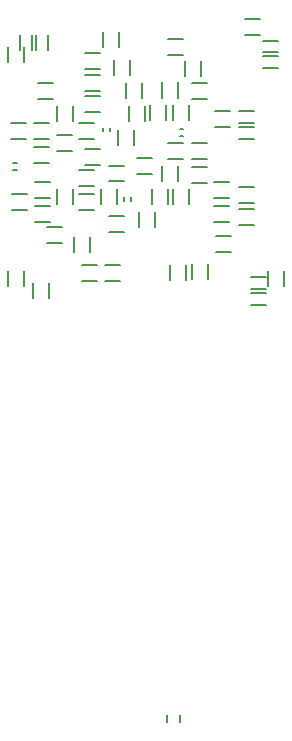
<source format=gbr>
%TF.GenerationSoftware,Altium Limited,Altium Designer,21.6.1 (37)*%
G04 Layer_Color=32896*
%FSLAX45Y45*%
%MOMM*%
%TF.SameCoordinates,16E63DA4-43ED-4674-A1E0-7AC0996D3122*%
%TF.FilePolarity,Positive*%
%TF.FileFunction,Legend,Bot*%
%TF.Part,Single*%
G01*
G75*
%TA.AperFunction,NonConductor*%
%ADD75C,0.20000*%
%ADD76C,0.15000*%
D75*
X6088540Y6904324D02*
X6215784Y6904324D01*
X6088540Y6769328D02*
X6215784Y6769328D01*
X4983775Y7954143D02*
X5111024Y7954143D01*
X4983775Y8089144D02*
X5111024Y8089144D01*
X4983775Y8134570D02*
X5111024Y8134570D01*
X4983775Y8269571D02*
X5111024Y8269571D01*
X5195958Y7791214D02*
X5195958Y7821217D01*
X5130959Y7791214D02*
X5130959Y7821217D01*
X4983775Y7504928D02*
X5111024Y7504928D01*
X4983775Y7639924D02*
X5111024Y7639924D01*
X4930948Y7459502D02*
X5058197Y7459502D01*
X4930948Y7324501D02*
X5058197Y7324501D01*
X4930948Y7124502D02*
X5058197Y7124502D01*
X4930948Y7259498D02*
X5058197Y7259498D01*
X4933283Y7724501D02*
X5060532Y7724501D01*
X4933283Y7859502D02*
X5060532Y7859502D01*
X4983775Y8449997D02*
X5111024Y8449997D01*
X4983775Y8314996D02*
X5111024Y8314996D01*
X4740524Y7178391D02*
X4740524Y7305639D01*
X4875525Y7178391D02*
X4875525Y7305639D01*
X4557848Y7224502D02*
X4685097Y7224502D01*
X4557848Y7359498D02*
X4685097Y7359498D01*
X4557848Y7024502D02*
X4685097Y7024502D01*
X4557848Y7159498D02*
X4685097Y7159498D01*
X4365178Y7124502D02*
X4492427Y7124502D01*
X4365178Y7259498D02*
X4492427Y7259498D01*
X5683778Y8440345D02*
X5811022Y8440345D01*
X5683778Y8575346D02*
X5811022Y8575346D01*
X5829849Y8257673D02*
X5829849Y8384917D01*
X5964850Y8257673D02*
X5964850Y8384917D01*
X5020750Y6769487D02*
X5020750Y6896736D01*
X4885749Y6769487D02*
X4885749Y6896736D01*
X5703023Y6532445D02*
X5703023Y6659694D01*
X5838024Y6532445D02*
X5838024Y6659694D01*
X5883449Y6540519D02*
X5883449Y6667768D01*
X6018450Y6540519D02*
X6018450Y6667768D01*
X6335814Y8743126D02*
X6463063Y8743126D01*
X6335814Y8608125D02*
X6463063Y8608125D01*
X5683778Y7688717D02*
X5811022Y7688717D01*
X5683778Y7553716D02*
X5811022Y7553716D01*
X5374049Y7203196D02*
X5374049Y7233198D01*
X5309051Y7203196D02*
X5309051Y7233198D01*
X4375013Y7459502D02*
X4405010Y7459502D01*
X4375013Y7524501D02*
X4405010Y7524501D01*
X5782401Y7814145D02*
X5812399Y7814145D01*
X5782401Y7749147D02*
X5812399Y7749147D01*
X4329902Y6478377D02*
X4329902Y6605626D01*
X4464898Y6478377D02*
X4464898Y6605626D01*
X4464898Y8378378D02*
X4464898Y8505622D01*
X4329902Y8378378D02*
X4329902Y8505622D01*
X4429902Y8478378D02*
X4429902Y8605622D01*
X4564898Y8478378D02*
X4564898Y8605622D01*
X4537502Y6378875D02*
X4537502Y6506124D01*
X4672498Y6378875D02*
X4672498Y6506124D01*
X4658621Y6844081D02*
X4785870Y6844081D01*
X4658621Y6979077D02*
X4785870Y6979077D01*
X4583775Y8061051D02*
X4711024Y8061051D01*
X4583775Y8196052D02*
X4711024Y8196052D01*
X4355265Y7724501D02*
X4482514Y7724501D01*
X4355265Y7859502D02*
X4482514Y7859502D01*
X4529953Y8478429D02*
X4529953Y8605672D01*
X4664949Y8478429D02*
X4664949Y8605672D01*
X4953245Y6659448D02*
X5080494Y6659448D01*
X4953245Y6524447D02*
X5080494Y6524447D01*
X4547934Y7859502D02*
X4675183Y7859502D01*
X4547934Y7724501D02*
X4675183Y7724501D01*
X5145919Y6524703D02*
X5273168Y6524703D01*
X5145919Y6659704D02*
X5273168Y6659704D01*
X4740609Y7624501D02*
X4867857Y7624501D01*
X4740609Y7759502D02*
X4867857Y7759502D01*
X4547934Y7524501D02*
X4675183Y7524501D01*
X4547934Y7659502D02*
X4675183Y7659502D01*
X4877860Y7878379D02*
X4877860Y8005623D01*
X4742859Y7878379D02*
X4742859Y8005623D01*
X5364851Y8263727D02*
X5364851Y8390971D01*
X5229850Y8263727D02*
X5229850Y8390971D01*
X5264902Y8505425D02*
X5264902Y8632669D01*
X5129901Y8505425D02*
X5129901Y8632669D01*
X5329753Y8071048D02*
X5329753Y8198297D01*
X5464754Y8071048D02*
X5464754Y8198297D01*
X5434474Y6978376D02*
X5434474Y7105625D01*
X5569475Y6978376D02*
X5569475Y7105625D01*
X5764901Y7371044D02*
X5764901Y7498293D01*
X5629900Y7371044D02*
X5629900Y7498293D01*
X5417953Y7565798D02*
X5545197Y7565798D01*
X5417953Y7430797D02*
X5545197Y7430797D01*
X5256799Y7678374D02*
X5256799Y7805623D01*
X5391800Y7678374D02*
X5391800Y7805623D01*
X5764901Y8077247D02*
X5764901Y8204491D01*
X5629900Y8077247D02*
X5629900Y8204491D01*
X5883778Y7355533D02*
X6011022Y7355533D01*
X5883778Y7490529D02*
X6011022Y7490529D01*
X5883778Y7553716D02*
X6011022Y7553716D01*
X5883778Y7688717D02*
X6011022Y7688717D01*
X5883778Y8067244D02*
X6011022Y8067244D01*
X5883778Y8202245D02*
X6011022Y8202245D01*
X6083778Y7824450D02*
X6211021Y7824450D01*
X6083778Y7959451D02*
X6211021Y7959451D01*
X6283777Y7315418D02*
X6411026Y7315418D01*
X6283777Y7180417D02*
X6411026Y7180417D01*
X6283777Y7959501D02*
X6411026Y7959501D01*
X6283777Y7824500D02*
X6411026Y7824500D01*
X6283777Y7859502D02*
X6411026Y7859502D01*
X6283777Y7724501D02*
X6411026Y7724501D01*
X6383777Y6324498D02*
X6511026Y6324498D01*
X6383777Y6459499D02*
X6511026Y6459499D01*
X6483777Y8459500D02*
X6611026Y8459500D01*
X6483777Y8324499D02*
X6611026Y8324499D01*
X6483777Y8424499D02*
X6611026Y8424499D01*
X6483777Y8559500D02*
X6611026Y8559500D01*
X5183774Y6935278D02*
X5311023Y6935278D01*
X5183774Y7070274D02*
X5311023Y7070274D01*
X5183774Y7366124D02*
X5311023Y7366124D01*
X5183774Y7501120D02*
X5311023Y7501120D01*
X6076452Y7024502D02*
X6203696Y7024502D01*
X6076452Y7159498D02*
X6203696Y7159498D01*
X6076452Y7224502D02*
X6203696Y7224502D01*
X6076452Y7359498D02*
X6203696Y7359498D01*
X6283777Y7134991D02*
X6411026Y7134991D01*
X6283777Y6999995D02*
X6411026Y6999995D01*
X6383777Y6559499D02*
X6511026Y6559499D01*
X6383777Y6424498D02*
X6511026Y6424498D01*
X5729900Y7172861D02*
X5729900Y7300110D01*
X5864901Y7172861D02*
X5864901Y7300110D01*
X5248626Y7178375D02*
X5248626Y7305624D01*
X5113625Y7178375D02*
X5113625Y7305624D01*
X5549473Y7178375D02*
X5549473Y7305624D01*
X5684474Y7178375D02*
X5684474Y7305624D01*
X5529900Y7884568D02*
X5529900Y8011817D01*
X5664901Y7884568D02*
X5664901Y8011817D01*
X5864901Y7884573D02*
X5864901Y8011817D01*
X5729900Y7884573D02*
X5729900Y8011817D01*
X5484475Y7878379D02*
X5484475Y8005623D01*
X5349474Y7878379D02*
X5349474Y8005623D01*
X6529898Y6478377D02*
X6529898Y6605626D01*
X6664899Y6478377D02*
X6664899Y6605626D01*
D76*
X5783727Y2785910D02*
X5783727Y2845910D01*
X5673724Y2785910D02*
X5673724Y2845910D01*
%TF.MD5,93bed8e02738cf003d6a3bc4e132ad8f*%
M02*

</source>
